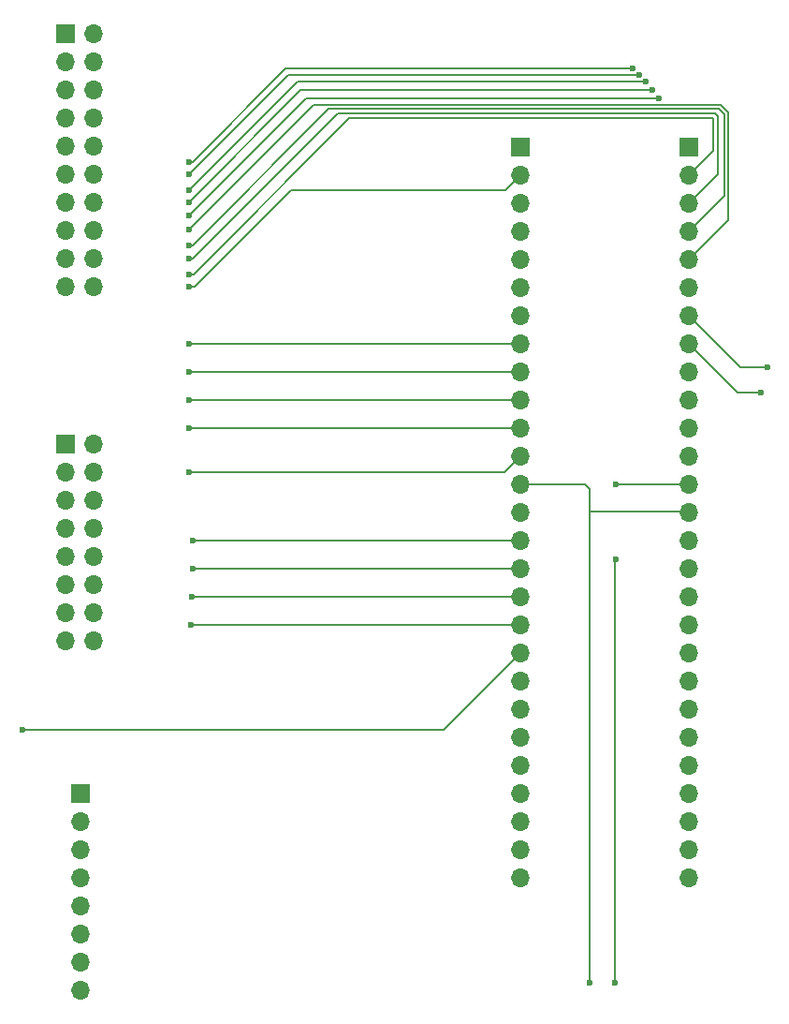
<source format=gbr>
%TF.GenerationSoftware,KiCad,Pcbnew,8.0.4*%
%TF.CreationDate,2024-09-23T22:15:34+08:00*%
%TF.ProjectId,Passive PCB,50617373-6976-4652-9050-43422e6b6963,rev?*%
%TF.SameCoordinates,Original*%
%TF.FileFunction,Copper,L2,Bot*%
%TF.FilePolarity,Positive*%
%FSLAX46Y46*%
G04 Gerber Fmt 4.6, Leading zero omitted, Abs format (unit mm)*
G04 Created by KiCad (PCBNEW 8.0.4) date 2024-09-23 22:15:34*
%MOMM*%
%LPD*%
G01*
G04 APERTURE LIST*
%TA.AperFunction,ComponentPad*%
%ADD10R,1.700000X1.700000*%
%TD*%
%TA.AperFunction,ComponentPad*%
%ADD11O,1.700000X1.700000*%
%TD*%
%TA.AperFunction,ViaPad*%
%ADD12C,0.600000*%
%TD*%
%TA.AperFunction,Conductor*%
%ADD13C,0.200000*%
%TD*%
G04 APERTURE END LIST*
D10*
%TO.P,Addr_In,1,Addr_0*%
%TO.N,Net-(J1-Addr_0)*%
X124100000Y-57300000D03*
D11*
%TO.P,Addr_In,2,Addr_1*%
%TO.N,Net-(J1-Addr_1)*%
X126640000Y-57300000D03*
%TO.P,Addr_In,3,Addr_2*%
%TO.N,Net-(J1-Addr_2)*%
X124100000Y-59840000D03*
%TO.P,Addr_In,4,Addr_3*%
%TO.N,Net-(J1-Addr_3)*%
X126640000Y-59840000D03*
%TO.P,Addr_In,5,Addr_4*%
%TO.N,Net-(J1-Addr_4)*%
X124100000Y-62380000D03*
%TO.P,Addr_In,6,Addr_5*%
%TO.N,Net-(J1-Addr_5)*%
X126640000Y-62380000D03*
%TO.P,Addr_In,7,Addr_6*%
%TO.N,Net-(J1-Addr_6)*%
X124100000Y-64920000D03*
%TO.P,Addr_In,8,Addr_7*%
%TO.N,Net-(J1-Addr_7)*%
X126640000Y-64920000D03*
%TO.P,Addr_In,9,Addr_8*%
%TO.N,Net-(J1-Addr_8)*%
X124100000Y-67460000D03*
%TO.P,Addr_In,10,Addr_9*%
%TO.N,Net-(J1-Addr_9)*%
X126640000Y-67460000D03*
%TO.P,Addr_In,11,Addr_10*%
%TO.N,Net-(J1-Addr_10)*%
X124100000Y-70000000D03*
%TO.P,Addr_In,12,Addr_11*%
%TO.N,Net-(J1-Addr_11)*%
X126640000Y-70000000D03*
%TO.P,Addr_In,13,Addr_12*%
%TO.N,Net-(J1-Addr_12)*%
X124100000Y-72540000D03*
%TO.P,Addr_In,14,Addr_13*%
%TO.N,Net-(J1-Addr_13)*%
X126640000Y-72540000D03*
%TO.P,Addr_In,15,Addr_14*%
%TO.N,Net-(J1-Addr_14)*%
X124100000Y-75080000D03*
%TO.P,Addr_In,16,Addr_15*%
%TO.N,Net-(J1-Addr_15)*%
X126640000Y-75080000D03*
%TO.P,Addr_In,17,Addr_16*%
%TO.N,Net-(J1-Addr_16)*%
X124100000Y-77620000D03*
%TO.P,Addr_In,18,Addr_17*%
%TO.N,Net-(J1-Addr_17)*%
X126640000Y-77620000D03*
%TO.P,Addr_In,19,Addr_18*%
%TO.N,Net-(J1-Addr_18)*%
X124100000Y-80160000D03*
%TO.P,Addr_In,20,Addr_19*%
%TO.N,Net-(J1-Addr_19)*%
X126640000Y-80160000D03*
%TD*%
D10*
%TO.P,Data_In,1,Data_0*%
%TO.N,Net-(J2-Data_0)*%
X124096000Y-94400000D03*
D11*
%TO.P,Data_In,2,Data_1*%
%TO.N,Net-(J2-Data_1)*%
X126636000Y-94400000D03*
%TO.P,Data_In,3,Data_2*%
%TO.N,Net-(J2-Data_2)*%
X124096000Y-96940000D03*
%TO.P,Data_In,4,Data_3*%
%TO.N,Net-(J2-Data_3)*%
X126636000Y-96940000D03*
%TO.P,Data_In,5,Data_4*%
%TO.N,Net-(J2-Data_4)*%
X124096000Y-99480000D03*
%TO.P,Data_In,6,Data_5*%
%TO.N,Net-(J2-Data_5)*%
X126636000Y-99480000D03*
%TO.P,Data_In,7,Data_6*%
%TO.N,Net-(J2-Data_6)*%
X124096000Y-102020000D03*
%TO.P,Data_In,8,Data_7*%
%TO.N,Net-(J2-Data_7)*%
X126636000Y-102020000D03*
%TO.P,Data_In,9,Data_8*%
%TO.N,Net-(J2-Data_8)*%
X124096000Y-104560000D03*
%TO.P,Data_In,10,Data_9*%
%TO.N,Net-(J2-Data_9)*%
X126636000Y-104560000D03*
%TO.P,Data_In,11,Data_10*%
%TO.N,Net-(J2-Data_10)*%
X124096000Y-107100000D03*
%TO.P,Data_In,12,Data_11*%
%TO.N,Net-(J2-Data_11)*%
X126636000Y-107100000D03*
%TO.P,Data_In,13,Data_12*%
%TO.N,Net-(J2-Data_12)*%
X124096000Y-109640000D03*
%TO.P,Data_In,14,Data_13*%
%TO.N,Net-(J2-Data_13)*%
X126636000Y-109640000D03*
%TO.P,Data_In,15,Data_14*%
%TO.N,Net-(J2-Data_14)*%
X124096000Y-112180000D03*
%TO.P,Data_In,16,Data_15*%
%TO.N,Net-(J2-Data_15)*%
X126636000Y-112180000D03*
%TD*%
D10*
%TO.P,MRAM,1,NC*%
%TO.N,unconnected-(U1-NC-Pad1)*%
X165286200Y-67512600D03*
D11*
%TO.P,MRAM,2,A19*%
%TO.N,Net-(J1-Addr_19)*%
X165286200Y-70052600D03*
%TO.P,MRAM,3,A0*%
%TO.N,Net-(J1-Addr_0)*%
X165286200Y-72592600D03*
%TO.P,MRAM,4,A1*%
%TO.N,Net-(J1-Addr_1)*%
X165286200Y-75132600D03*
%TO.P,MRAM,5,A2*%
%TO.N,Net-(J1-Addr_2)*%
X165286200Y-77672600D03*
%TO.P,MRAM,6,A3*%
%TO.N,Net-(J1-Addr_3)*%
X165286200Y-80212600D03*
%TO.P,MRAM,7,A4*%
%TO.N,Net-(J1-Addr_4)*%
X165286200Y-82752600D03*
%TO.P,MRAM,8,E_Active_Low*%
%TO.N,Net-(J3-Chip_en)*%
X165286200Y-85292600D03*
%TO.P,MRAM,9,DQ0*%
%TO.N,Net-(J2-Data_0)*%
X165286200Y-87832600D03*
%TO.P,MRAM,10,DQ1*%
%TO.N,Net-(J2-Data_1)*%
X165286200Y-90372600D03*
%TO.P,MRAM,11,DQ2*%
%TO.N,Net-(J2-Data_2)*%
X165286200Y-92912600D03*
%TO.P,MRAM,12,DQ3*%
%TO.N,Net-(J2-Data_3)*%
X165286200Y-95452600D03*
%TO.P,MRAM,13,Vdd*%
%TO.N,Net-(J3-VCC)*%
X165286200Y-97992600D03*
%TO.P,MRAM,14,Vss*%
%TO.N,Net-(J3-Ground)*%
X165286200Y-100532600D03*
%TO.P,MRAM,15,DQ4*%
%TO.N,Net-(J2-Data_4)*%
X165286200Y-103072600D03*
%TO.P,MRAM,16,DQ5*%
%TO.N,Net-(J2-Data_5)*%
X165286200Y-105612600D03*
%TO.P,MRAM,17,DQ6*%
%TO.N,Net-(J2-Data_6)*%
X165286200Y-108152600D03*
%TO.P,MRAM,18,DQ7*%
%TO.N,Net-(J2-Data_7)*%
X165286200Y-110692600D03*
%TO.P,MRAM,19,W_Active_Low*%
%TO.N,Net-(J3-Write_en)*%
X165286200Y-113232600D03*
%TO.P,MRAM,20,A5*%
%TO.N,Net-(J1-Addr_5)*%
X165286200Y-115772600D03*
%TO.P,MRAM,21,A6*%
%TO.N,Net-(J1-Addr_6)*%
X165286200Y-118312600D03*
%TO.P,MRAM,22,A7*%
%TO.N,Net-(J1-Addr_7)*%
X165286200Y-120852600D03*
%TO.P,MRAM,23,A8*%
%TO.N,Net-(J1-Addr_8)*%
X165286200Y-123392600D03*
%TO.P,MRAM,24,A9*%
%TO.N,Net-(J1-Addr_9)*%
X165286200Y-125932600D03*
%TO.P,MRAM,25,NC*%
%TO.N,unconnected-(U1-NC-Pad25)*%
X165286200Y-128472600D03*
%TO.P,MRAM,26,NC*%
%TO.N,unconnected-(U1-NC-Pad26)*%
X165286200Y-131012600D03*
%TO.P,MRAM,27,NC*%
%TO.N,unconnected-(U1-NC-Pad27)*%
X165286200Y-133552600D03*
%TO.P,MRAM,28,NC*%
%TO.N,unconnected-(U1-NC-Pad28)*%
X180525720Y-133553560D03*
%TO.P,MRAM,29,NC*%
%TO.N,unconnected-(U1-NC-Pad29)*%
X180525720Y-131013560D03*
%TO.P,MRAM,30,NC*%
%TO.N,unconnected-(U1-NC-Pad30)*%
X180525720Y-128473560D03*
%TO.P,MRAM,31,A10*%
%TO.N,Net-(J1-Addr_10)*%
X180525720Y-125933560D03*
%TO.P,MRAM,32,A11*%
%TO.N,Net-(J1-Addr_11)*%
X180525720Y-123393560D03*
%TO.P,MRAM,33,A12*%
%TO.N,Net-(J1-Addr_12)*%
X180525720Y-120853560D03*
%TO.P,MRAM,34,A13*%
%TO.N,Net-(J1-Addr_13)*%
X180525720Y-118313560D03*
%TO.P,MRAM,35,A14*%
%TO.N,Net-(J1-Addr_14)*%
X180525720Y-115773560D03*
%TO.P,MRAM,36,DC*%
%TO.N,unconnected-(U1-DC-Pad36)*%
X180525720Y-113233560D03*
%TO.P,MRAM,37,DQ8*%
%TO.N,Net-(J2-Data_8)*%
X180525720Y-110693560D03*
%TO.P,MRAM,38,DQ9*%
%TO.N,Net-(J2-Data_9)*%
X180525720Y-108153560D03*
%TO.P,MRAM,39,DQ10*%
%TO.N,Net-(J2-Data_10)*%
X180525720Y-105613560D03*
%TO.P,MRAM,40,DQ11*%
%TO.N,Net-(J2-Data_11)*%
X180525720Y-103073560D03*
%TO.P,MRAM,41,Vdd*%
%TO.N,Net-(J3-VCC)*%
X180525720Y-100533560D03*
%TO.P,MRAM,42,Vss*%
%TO.N,Net-(J3-Ground)*%
X180525720Y-97993560D03*
%TO.P,MRAM,43,DQ12*%
%TO.N,Net-(J2-Data_12)*%
X180525720Y-95453560D03*
%TO.P,MRAM,44,DQ13*%
%TO.N,Net-(J2-Data_13)*%
X180525720Y-92913560D03*
%TO.P,MRAM,45,DQ14*%
%TO.N,Net-(J2-Data_14)*%
X180525720Y-90373560D03*
%TO.P,MRAM,46,DQ15*%
%TO.N,Net-(J2-Data_15)*%
X180525720Y-87833560D03*
%TO.P,MRAM,47,LB_Active_Low*%
%TO.N,Net-(J3-Lower_Byte_en)*%
X180525720Y-85293560D03*
%TO.P,MRAM,48,UB_Active_Low*%
%TO.N,Net-(J3-Upper_byte_en)*%
X180525720Y-82753560D03*
%TO.P,MRAM,49,R/G__Active_Low*%
%TO.N,Net-(J3-Read_en)*%
X180525720Y-80213560D03*
%TO.P,MRAM,50,A15*%
%TO.N,Net-(J1-Addr_15)*%
X180525720Y-77673560D03*
%TO.P,MRAM,51,A16*%
%TO.N,Net-(J1-Addr_16)*%
X180525720Y-75133560D03*
%TO.P,MRAM,52,A17*%
%TO.N,Net-(J1-Addr_17)*%
X180525720Y-72593560D03*
%TO.P,MRAM,53,A18*%
%TO.N,Net-(J1-Addr_18)*%
X180525720Y-70053560D03*
D10*
%TO.P,MRAM,54,NC*%
%TO.N,unconnected-(U1-NC-Pad54)*%
X180525720Y-67513560D03*
%TD*%
%TO.P,Ctrl_In,1,Chip_en*%
%TO.N,Net-(J3-Chip_en)*%
X125500000Y-125950000D03*
D11*
%TO.P,Ctrl_In,2,Read_en*%
%TO.N,Net-(J3-Read_en)*%
X125500000Y-128490000D03*
%TO.P,Ctrl_In,3,Write_en*%
%TO.N,Net-(J3-Write_en)*%
X125500000Y-131030000D03*
%TO.P,Ctrl_In,4,Lower_Byte_en*%
%TO.N,Net-(J3-Lower_Byte_en)*%
X125500000Y-133570000D03*
%TO.P,Ctrl_In,5,Upper_byte_en*%
%TO.N,Net-(J3-Upper_byte_en)*%
X125500000Y-136110000D03*
%TO.P,Ctrl_In,6,VCC*%
%TO.N,Net-(J3-VCC)*%
X125500000Y-138650000D03*
%TO.P,Ctrl_In,7,Ground*%
%TO.N,Net-(J3-Ground)*%
X125500000Y-141190000D03*
%TO.P,Ctrl_In,8,Not_Connected*%
%TO.N,unconnected-(J3-Not_Connected-Pad8)*%
X125500000Y-143730000D03*
%TD*%
D12*
%TO.N,Net-(J1-Addr_16)*%
X135300000Y-76400000D03*
%TO.N,Net-(J1-Addr_19)*%
X135300000Y-80160000D03*
%TO.N,Net-(J1-Addr_13)*%
X135300000Y-72500000D03*
X177200000Y-62400000D03*
%TO.N,Net-(J1-Addr_11)*%
X135300000Y-70000000D03*
X175985421Y-61000000D03*
%TO.N,Net-(J1-Addr_14)*%
X177800000Y-63100000D03*
X135300000Y-73700000D03*
%TO.N,Net-(J1-Addr_15)*%
X135300000Y-75000000D03*
%TO.N,Net-(J1-Addr_17)*%
X135300000Y-77620000D03*
%TO.N,Net-(J1-Addr_12)*%
X135300000Y-71400000D03*
X176600000Y-61600000D03*
%TO.N,Net-(J1-Addr_10)*%
X135300000Y-68850000D03*
X175400000Y-60400000D03*
%TO.N,Net-(J1-Addr_18)*%
X135300000Y-79010000D03*
%TO.N,Net-(J2-Data_5)*%
X135600000Y-105612600D03*
%TO.N,Net-(J2-Data_4)*%
X135600000Y-103072600D03*
%TO.N,Net-(J2-Data_6)*%
X135552600Y-108152600D03*
%TO.N,Net-(J2-Data_2)*%
X135300000Y-92900000D03*
%TO.N,Net-(J2-Data_1)*%
X135300000Y-90372600D03*
%TO.N,Net-(J2-Data_3)*%
X135300000Y-96940000D03*
%TO.N,Net-(J2-Data_7)*%
X135500000Y-110700000D03*
%TO.N,Net-(J3-Upper_byte_en)*%
X187600000Y-87400000D03*
%TO.N,Net-(J3-VCC)*%
X171500000Y-143100000D03*
%TO.N,Net-(J2-Data_0)*%
X135300000Y-87832600D03*
%TO.N,Net-(J3-Ground)*%
X173900000Y-98000000D03*
X173900000Y-104800000D03*
X173800000Y-143100000D03*
%TO.N,Net-(J3-Write_en)*%
X120200000Y-120200000D03*
%TO.N,Net-(J3-Lower_Byte_en)*%
X187000000Y-89700000D03*
%TO.N,Net-(J3-Chip_en)*%
X135300000Y-85300000D03*
%TD*%
D13*
%TO.N,Net-(J1-Addr_16)*%
X183200000Y-64100000D02*
X183700000Y-64600000D01*
X147900000Y-64100000D02*
X183200000Y-64100000D01*
X183700000Y-64600000D02*
X183700000Y-71959280D01*
X135300000Y-76400000D02*
X135600000Y-76400000D01*
X183700000Y-71959280D02*
X180525720Y-75133560D01*
X135600000Y-76400000D02*
X147900000Y-64100000D01*
%TO.N,Net-(J1-Addr_19)*%
X144557400Y-71442600D02*
X163896200Y-71442600D01*
X163896200Y-71442600D02*
X165286200Y-70052600D01*
X135840000Y-80160000D02*
X144557400Y-71442600D01*
X135300000Y-80160000D02*
X135840000Y-80160000D01*
%TO.N,Net-(J1-Addr_13)*%
X177200000Y-62400000D02*
X145400000Y-62400000D01*
X145400000Y-62400000D02*
X135300000Y-72500000D01*
%TO.N,Net-(J1-Addr_11)*%
X135300000Y-70000000D02*
X144300000Y-61000000D01*
X144300000Y-61000000D02*
X175985421Y-61000000D01*
%TO.N,Net-(J1-Addr_14)*%
X135300000Y-73700000D02*
X145900000Y-63100000D01*
X145900000Y-63100000D02*
X177800000Y-63100000D01*
%TO.N,Net-(J1-Addr_15)*%
X184100000Y-74099280D02*
X180525720Y-77673560D01*
X184100000Y-64434314D02*
X184100000Y-74099280D01*
X146600000Y-63700000D02*
X183365686Y-63700000D01*
X135300000Y-75000000D02*
X146600000Y-63700000D01*
X183365686Y-63700000D02*
X184100000Y-64434314D01*
%TO.N,Net-(J1-Addr_17)*%
X135680000Y-77620000D02*
X148800000Y-64500000D01*
X182865685Y-64500000D02*
X183100000Y-64734315D01*
X183100000Y-64734315D02*
X183100000Y-70019280D01*
X148800000Y-64500000D02*
X182865685Y-64500000D01*
X135300000Y-77620000D02*
X135680000Y-77620000D01*
X183100000Y-70019280D02*
X180525720Y-72593560D01*
%TO.N,Net-(J1-Addr_12)*%
X176600000Y-61600000D02*
X145100000Y-61600000D01*
X145100000Y-61600000D02*
X135300000Y-71400000D01*
%TO.N,Net-(J1-Addr_10)*%
X144051471Y-60400000D02*
X175400000Y-60400000D01*
X135300000Y-68850000D02*
X135601471Y-68850000D01*
X135601471Y-68850000D02*
X144051471Y-60400000D01*
%TO.N,Net-(J1-Addr_18)*%
X182700000Y-67879280D02*
X180525720Y-70053560D01*
X135300000Y-79010000D02*
X135690000Y-79010000D01*
X182700000Y-64900000D02*
X182700000Y-67879280D01*
X135690000Y-79010000D02*
X149800000Y-64900000D01*
X149800000Y-64900000D02*
X182700000Y-64900000D01*
%TO.N,Net-(J2-Data_5)*%
X135600000Y-105612600D02*
X165286200Y-105612600D01*
%TO.N,Net-(J2-Data_4)*%
X135600000Y-103072600D02*
X165286200Y-103072600D01*
%TO.N,Net-(J2-Data_6)*%
X135552600Y-108152600D02*
X165286200Y-108152600D01*
%TO.N,Net-(J2-Data_2)*%
X135300000Y-92900000D02*
X137300000Y-92900000D01*
X137300000Y-92900000D02*
X137312600Y-92912600D01*
X137312600Y-92912600D02*
X165286200Y-92912600D01*
%TO.N,Net-(J2-Data_1)*%
X135300000Y-90372600D02*
X165286200Y-90372600D01*
%TO.N,Net-(J2-Data_3)*%
X163838800Y-96900000D02*
X165286200Y-95452600D01*
X135300000Y-96940000D02*
X135340000Y-96900000D01*
X135340000Y-96900000D02*
X163838800Y-96900000D01*
%TO.N,Net-(J2-Data_7)*%
X135500000Y-110700000D02*
X135507400Y-110692600D01*
X135507400Y-110692600D02*
X165286200Y-110692600D01*
%TO.N,Net-(J3-Upper_byte_en)*%
X185172160Y-87400000D02*
X180525720Y-82753560D01*
X187600000Y-87400000D02*
X185172160Y-87400000D01*
%TO.N,Net-(J3-VCC)*%
X165286200Y-97992600D02*
X171092600Y-97992600D01*
X171500000Y-100500000D02*
X180492160Y-100500000D01*
X171500000Y-143100000D02*
X171500000Y-104400000D01*
X171500000Y-98400000D02*
X171500000Y-104400000D01*
X171092600Y-97992600D02*
X171500000Y-98400000D01*
X180492160Y-100500000D02*
X180525720Y-100533560D01*
%TO.N,Net-(J2-Data_0)*%
X135300000Y-87832600D02*
X165286200Y-87832600D01*
%TO.N,Net-(J3-Ground)*%
X174500000Y-98000000D02*
X174506440Y-97993560D01*
X174506440Y-97993560D02*
X180525720Y-97993560D01*
X173900000Y-104800000D02*
X173800000Y-104900000D01*
X173800000Y-104900000D02*
X173800000Y-143100000D01*
X173900000Y-98000000D02*
X174500000Y-98000000D01*
%TO.N,Net-(J3-Write_en)*%
X158318800Y-120200000D02*
X165286200Y-113232600D01*
X120200000Y-120200000D02*
X158318800Y-120200000D01*
%TO.N,Net-(J3-Lower_Byte_en)*%
X187000000Y-89700000D02*
X184932160Y-89700000D01*
X184932160Y-89700000D02*
X180525720Y-85293560D01*
%TO.N,Net-(J3-Chip_en)*%
X135807400Y-85292600D02*
X165286200Y-85292600D01*
X135300000Y-85300000D02*
X135800000Y-85300000D01*
X135800000Y-85300000D02*
X135807400Y-85292600D01*
%TD*%
M02*

</source>
